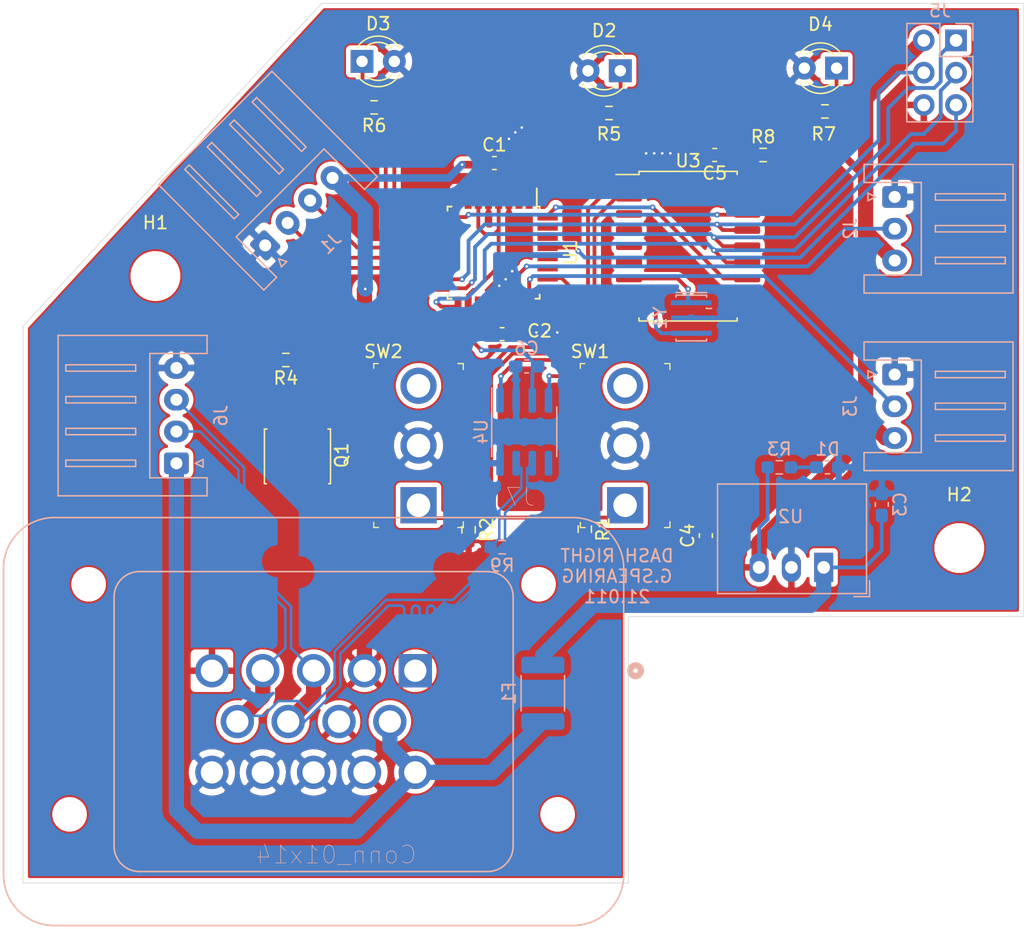
<source format=kicad_pcb>
(kicad_pcb (version 20171130) (host pcbnew 5.1.7-a382d34a8~88~ubuntu18.04.1)
  (layers (0 F.Cu signal) (31 B.Cu signal) (34 B.Paste user) (35 F.Paste user) (36 B.SilkS user) (37 F.SilkS user) (38 B.Mask user) (39 F.Mask user) (44 Edge.Cuts user))
  (net 0 "")
  (net 1 GND)
  (net 2 +5V)
  (net 3 "Net-(C2-Pad1)")
  (net 4 "Net-(C3-Pad1)")
  (net 5 "Net-(D1-Pad2)")
  (net 6 "Net-(D2-Pad1)")
  (net 7 "Net-(D3-Pad1)")
  (net 8 "Net-(D4-Pad1)")
  (net 9 +12V)
  (net 10 /RTD_LED)
  (net 11 /RTD_BTN)
  (net 12 /COAST)
  (net 13 /REGEN)
  (net 14 /RESET)
  (net 15 /MOSI)
  (net 16 /SCK)
  (net 17 /MISO)
  (net 18 /RTD_IND)
  (net 19 /COOLING)
  (net 20 /DIRECTION)
  (net 21 /IMD_LED)
  (net 22 /TMS_LED)
  (net 23 /BMS_LED)
  (net 24 "Net-(R8-Pad2)")
  (net 25 /CAN_CS)
  (net 26 "Net-(U3-Pad8)")
  (net 27 "Net-(U3-Pad7)")
  (net 28 /CAN_Interface/RXCAN)
  (net 29 /CAN_Interface/TXCAN)
  (net 30 /RTD_IND_OUT)
  (net 31 /CAN_INT)
  (net 32 /CAN-)
  (net 33 /CAN+)
  (module AERO_CUSTOM:TE_1-776262-1_14pin_Vertical (layer B.Cu) (at 151.384 110.744 180)
    (fp_text reference J7 (at -16.2708 17.6691) (layer B.SilkS) (effects (font (size 1.40128 1.40128) (thickness 0.05)) (justify mirror)))
    (fp_text value Conn_01x14 (at -1.778 -10.4775) (layer B.SilkS) (effects (font (size 1.4008 1.4008) (thickness 0.05)) (justify mirror)))
    (pad Hole np_thru_hole circle (at 19.2 -7.3 180) (size 2 2) (drill 2) (layers *.Cu *.Mask B.SilkS))
    (pad Hole np_thru_hole circle (at -19.2 -7.3 180) (size 2 2) (drill 2) (layers *.Cu *.Mask B.SilkS))
    (pad Hole np_thru_hole circle (at 17.7 10.8 180) (size 2 2) (drill 2) (layers *.Cu *.Mask B.SilkS))
    (pad Hole np_thru_hole circle (at -17.7 10.8 180) (size 2 2) (drill 2) (layers *.Cu *.Mask B.SilkS))
    (pad 14 thru_hole circle (at 8 -4 180) (size 2.625 2.625) (drill 1.75) (layers *.Cu *.Mask) (net 1 GND))
    (pad 13 thru_hole circle (at 4 -4 180) (size 2.625 2.625) (drill 1.75) (layers *.Cu *.Mask) (net 1 GND))
    (pad 12 thru_hole circle (at 0 -4 180) (size 2.625 2.625) (drill 1.75) (layers *.Cu *.Mask) (net 1 GND))
    (pad 11 thru_hole circle (at -4 -4 180) (size 2.625 2.625) (drill 1.75) (layers *.Cu *.Mask) (net 1 GND))
    (pad 10 thru_hole circle (at -8 -4 180) (size 2.625 2.625) (drill 1.75) (layers *.Cu *.Mask) (net 9 +12V))
    (pad 9 thru_hole circle (at 6 0 180) (size 2.625 2.625) (drill 1.75) (layers *.Cu *.Mask) (net 33 /CAN+))
    (pad 8 thru_hole circle (at 2 0 180) (size 2.625 2.625) (drill 1.75) (layers *.Cu *.Mask) (net 32 /CAN-))
    (pad 7 thru_hole circle (at -2 0 180) (size 2.625 2.625) (drill 1.75) (layers *.Cu *.Mask) (net 2 +5V))
    (pad 6 thru_hole circle (at -6 0 180) (size 2.625 2.625) (drill 1.75) (layers *.Cu *.Mask) (net 9 +12V))
    (pad 5 thru_hole circle (at 8 4 180) (size 2.625 2.625) (drill 1.75) (layers *.Cu *.Mask) (net 30 /RTD_IND_OUT))
    (pad 4 thru_hole circle (at 4 4 180) (size 2.625 2.625) (drill 1.75) (layers *.Cu *.Mask) (net 33 /CAN+))
    (pad 3 thru_hole circle (at 0 4 180) (size 2.625 2.625) (drill 1.75) (layers *.Cu *.Mask) (net 32 /CAN-))
    (pad 2 thru_hole circle (at -4 4 180) (size 2.625 2.625) (drill 1.75) (layers *.Cu *.Mask) (net 2 +5V))
    (pad 1 thru_hole rect (at -8 4 180) (size 2.625 2.625) (drill 1.75) (layers *.Cu *.Mask) (net 2 +5V))
  )
  (module Connector_PinHeader_2.54mm:PinHeader_2x03_P2.54mm_Vertical (layer B.Cu) (at 201.93 57.15 180)
    (fp_text reference J5 (at 1.27 2.33) (layer B.SilkS) (effects (justify mirror)))
    (fp_text value Conn_02x03_Odd_Even)
    (pad 6 thru_hole oval (at 2.54 -5.08 180) (size 1.7 1.7) (drill 1) (layers *.Cu *.Mask) (net 1 GND))
    (pad 5 thru_hole oval (at 0 -5.08 180) (size 1.7 1.7) (drill 1) (layers *.Cu *.Mask) (net 14 /RESET))
    (pad 4 thru_hole oval (at 2.54 -2.54 180) (size 1.7 1.7) (drill 1) (layers *.Cu *.Mask) (net 15 /MOSI))
    (pad 3 thru_hole oval (at 0 -2.54 180) (size 1.7 1.7) (drill 1) (layers *.Cu *.Mask) (net 16 /SCK))
    (pad 2 thru_hole oval (at 2.54 0 180) (size 1.7 1.7) (drill 1) (layers *.Cu *.Mask) (net 2 +5V))
    (pad 1 thru_hole rect (at 0 0 180) (size 1.7 1.7) (drill 1) (layers *.Cu *.Mask) (net 17 /MISO))
  )
  (module Package_SO:SOIC-8_3.9x4.9mm_P1.27mm (layer B.Cu) (at 167.9575 87.9475 270)
    (fp_text reference U4 (at 0 3.4 270) (layer B.SilkS) (effects (justify mirror)))
    (fp_text value MCP2551-I-SN)
    (pad 8 smd roundrect (at 2.475 1.905 270) (size 1.95 0.6) (layers B.Cu B.Paste B.Mask) (net 1 GND))
    (pad 7 smd roundrect (at 2.475 0.635 270) (size 1.95 0.6) (layers B.Cu B.Paste B.Mask) (net 33 /CAN+))
    (pad 6 smd roundrect (at 2.475 -0.635 270) (size 1.95 0.6) (layers B.Cu B.Paste B.Mask) (net 32 /CAN-))
    (pad 5 smd roundrect (at 2.475 -1.905 270) (size 1.95 0.6) (layers B.Cu B.Paste B.Mask))
    (pad 4 smd roundrect (at -2.475 -1.905 270) (size 1.95 0.6) (layers B.Cu B.Paste B.Mask) (net 28 /CAN_Interface/RXCAN))
    (pad 3 smd roundrect (at -2.475 -0.635 270) (size 1.95 0.6) (layers B.Cu B.Paste B.Mask) (net 2 +5V))
    (pad 2 smd roundrect (at -2.475 0.635 270) (size 1.95 0.6) (layers B.Cu B.Paste B.Mask) (net 1 GND))
    (pad 1 smd roundrect (at -2.475 1.905 270) (size 1.95 0.6) (layers B.Cu B.Paste B.Mask) (net 29 /CAN_Interface/TXCAN))
  )
  (module Crystal:Resonator_SMD_muRata_CSTxExxV-3Pin_3.0x1.1mm_HandSoldering (layer B.Cu) (at 181.102 78.994 270)
    (fp_text reference Y1 (at 0 2.45 90) (layer B.SilkS) (effects (justify mirror)))
    (fp_text value 16MHz)
    (pad 3 smd rect (at 1.2 0 270) (size 0.4 3.2) (layers B.Cu B.Paste B.Mask) (net 26 "Net-(U3-Pad8)"))
    (pad 2 smd rect (at 0 0 270) (size 0.4 3.2) (layers B.Cu B.Paste B.Mask) (net 1 GND))
    (pad 1 smd rect (at -1.2 0 270) (size 0.4 3.2) (layers B.Cu B.Paste B.Mask) (net 27 "Net-(U3-Pad7)"))
  )
  (module Package_SO:SOIC-18W_7.5x11.6mm_P1.27mm (layer F.Cu) (at 180.848 73.3425)
    (fp_text reference U3 (at 0 -6.72) (layer F.SilkS))
    (fp_text value MCP2515-xSO)
    (pad 18 smd roundrect (at 4.65 -5.08) (size 2.05 0.6) (layers F.Cu F.Paste F.Mask) (net 2 +5V))
    (pad 17 smd roundrect (at 4.65 -3.81) (size 2.05 0.6) (layers F.Cu F.Paste F.Mask) (net 24 "Net-(R8-Pad2)"))
    (pad 16 smd roundrect (at 4.65 -2.54) (size 2.05 0.6) (layers F.Cu F.Paste F.Mask) (net 25 /CAN_CS))
    (pad 15 smd roundrect (at 4.65 -1.27) (size 2.05 0.6) (layers F.Cu F.Paste F.Mask) (net 15 /MOSI))
    (pad 14 smd roundrect (at 4.65 0) (size 2.05 0.6) (layers F.Cu F.Paste F.Mask) (net 17 /MISO))
    (pad 13 smd roundrect (at 4.65 1.27) (size 2.05 0.6) (layers F.Cu F.Paste F.Mask) (net 16 /SCK))
    (pad 12 smd roundrect (at 4.65 2.54) (size 2.05 0.6) (layers F.Cu F.Paste F.Mask) (net 31 /CAN_INT))
    (pad 11 smd roundrect (at 4.65 3.81) (size 2.05 0.6) (layers F.Cu F.Paste F.Mask))
    (pad 10 smd roundrect (at 4.65 5.08) (size 2.05 0.6) (layers F.Cu F.Paste F.Mask))
    (pad 9 smd roundrect (at -4.65 5.08) (size 2.05 0.6) (layers F.Cu F.Paste F.Mask) (net 1 GND))
    (pad 8 smd roundrect (at -4.65 3.81) (size 2.05 0.6) (layers F.Cu F.Paste F.Mask) (net 26 "Net-(U3-Pad8)"))
    (pad 7 smd roundrect (at -4.65 2.54) (size 2.05 0.6) (layers F.Cu F.Paste F.Mask) (net 27 "Net-(U3-Pad7)"))
    (pad 6 smd roundrect (at -4.65 1.27) (size 2.05 0.6) (layers F.Cu F.Paste F.Mask))
    (pad 5 smd roundrect (at -4.65 0) (size 2.05 0.6) (layers F.Cu F.Paste F.Mask))
    (pad 4 smd roundrect (at -4.65 -1.27) (size 2.05 0.6) (layers F.Cu F.Paste F.Mask))
    (pad 3 smd roundrect (at -4.65 -2.54) (size 2.05 0.6) (layers F.Cu F.Paste F.Mask))
    (pad 2 smd roundrect (at -4.65 -3.81) (size 2.05 0.6) (layers F.Cu F.Paste F.Mask) (net 28 /CAN_Interface/RXCAN))
    (pad 1 smd roundrect (at -4.65 -5.08) (size 2.05 0.6) (layers F.Cu F.Paste F.Mask) (net 29 /CAN_Interface/TXCAN))
  )
  (module Converter_DCDC:Converter_DCDC_RECOM_R-78E-0.5_THT (layer B.Cu) (at 191.516 98.6155 180)
    (fp_text reference U2 (at 2.6035 4.0005) (layer B.SilkS) (effects (justify mirror)))
    (fp_text value R-785.0-1.0)
    (pad 3 thru_hole oval (at 5.08 0 180) (size 1.5 2.3) (drill 1) (layers *.Cu *.Mask) (net 2 +5V))
    (pad 2 thru_hole oval (at 2.54 0 180) (size 1.5 2.3) (drill 1) (layers *.Cu *.Mask) (net 1 GND))
    (pad 1 thru_hole rect (at 0 0 180) (size 1.5 2.3) (drill 1) (layers *.Cu *.Mask) (net 4 "Net-(C3-Pad1)"))
  )
  (module Package_QFP:TQFP-32_7x7mm_P0.8mm (layer F.Cu) (at 165.5445 73.8505 270)
    (fp_text reference U1 (at 0 -6.05 90) (layer F.SilkS))
    (fp_text value ATmega328P-AU)
    (pad 32 smd rect (at -2.8 -4.25) (size 1.6 0.55) (layers F.Cu F.Paste F.Mask) (net 31 /CAN_INT))
    (pad 31 smd rect (at -2 -4.25) (size 1.6 0.55) (layers F.Cu F.Paste F.Mask))
    (pad 30 smd rect (at -1.2 -4.25) (size 1.6 0.55) (layers F.Cu F.Paste F.Mask))
    (pad 29 smd rect (at -0.4 -4.25) (size 1.6 0.55) (layers F.Cu F.Paste F.Mask) (net 14 /RESET))
    (pad 28 smd rect (at 0.4 -4.25) (size 1.6 0.55) (layers F.Cu F.Paste F.Mask))
    (pad 27 smd rect (at 1.2 -4.25) (size 1.6 0.55) (layers F.Cu F.Paste F.Mask))
    (pad 26 smd rect (at 2 -4.25) (size 1.6 0.55) (layers F.Cu F.Paste F.Mask) (net 19 /COOLING))
    (pad 25 smd rect (at 2.8 -4.25) (size 1.6 0.55) (layers F.Cu F.Paste F.Mask) (net 20 /DIRECTION))
    (pad 24 smd rect (at 4.25 -2.8 270) (size 1.6 0.55) (layers F.Cu F.Paste F.Mask) (net 13 /REGEN))
    (pad 23 smd rect (at 4.25 -2 270) (size 1.6 0.55) (layers F.Cu F.Paste F.Mask) (net 12 /COAST))
    (pad 22 smd rect (at 4.25 -1.2 270) (size 1.6 0.55) (layers F.Cu F.Paste F.Mask))
    (pad 21 smd rect (at 4.25 -0.4 270) (size 1.6 0.55) (layers F.Cu F.Paste F.Mask) (net 1 GND))
    (pad 20 smd rect (at 4.25 0.4 270) (size 1.6 0.55) (layers F.Cu F.Paste F.Mask) (net 3 "Net-(C2-Pad1)"))
    (pad 19 smd rect (at 4.25 1.2 270) (size 1.6 0.55) (layers F.Cu F.Paste F.Mask))
    (pad 18 smd rect (at 4.25 2 270) (size 1.6 0.55) (layers F.Cu F.Paste F.Mask) (net 2 +5V))
    (pad 17 smd rect (at 4.25 2.8 270) (size 1.6 0.55) (layers F.Cu F.Paste F.Mask) (net 16 /SCK))
    (pad 16 smd rect (at 2.8 4.25) (size 1.6 0.55) (layers F.Cu F.Paste F.Mask) (net 17 /MISO))
    (pad 15 smd rect (at 2 4.25) (size 1.6 0.55) (layers F.Cu F.Paste F.Mask) (net 15 /MOSI))
    (pad 14 smd rect (at 1.2 4.25) (size 1.6 0.55) (layers F.Cu F.Paste F.Mask) (net 18 /RTD_IND))
    (pad 13 smd rect (at 0.4 4.25) (size 1.6 0.55) (layers F.Cu F.Paste F.Mask) (net 10 /RTD_LED))
    (pad 12 smd rect (at -0.4 4.25) (size 1.6 0.55) (layers F.Cu F.Paste F.Mask) (net 11 /RTD_BTN))
    (pad 11 smd rect (at -1.2 4.25) (size 1.6 0.55) (layers F.Cu F.Paste F.Mask) (net 22 /TMS_LED))
    (pad 10 smd rect (at -2 4.25) (size 1.6 0.55) (layers F.Cu F.Paste F.Mask) (net 21 /IMD_LED))
    (pad 9 smd rect (at -2.8 4.25) (size 1.6 0.55) (layers F.Cu F.Paste F.Mask) (net 25 /CAN_CS))
    (pad 8 smd rect (at -4.25 2.8 270) (size 1.6 0.55) (layers F.Cu F.Paste F.Mask))
    (pad 7 smd rect (at -4.25 2 270) (size 1.6 0.55) (layers F.Cu F.Paste F.Mask))
    (pad 6 smd rect (at -4.25 1.2 270) (size 1.6 0.55) (layers F.Cu F.Paste F.Mask) (net 2 +5V))
    (pad 5 smd rect (at -4.25 0.4 270) (size 1.6 0.55) (layers F.Cu F.Paste F.Mask) (net 1 GND))
    (pad 4 smd rect (at -4.25 -0.4 270) (size 1.6 0.55) (layers F.Cu F.Paste F.Mask) (net 2 +5V))
    (pad 3 smd rect (at -4.25 -1.2 270) (size 1.6 0.55) (layers F.Cu F.Paste F.Mask) (net 1 GND))
    (pad 2 smd rect (at -4.25 -2 270) (size 1.6 0.55) (layers F.Cu F.Paste F.Mask) (net 23 /BMS_LED))
    (pad 1 smd rect (at -4.25 -2.8 270) (size 1.6 0.55) (layers F.Cu F.Paste F.Mask))
  )
  (module AERO_CUSTOM:Toggle_Switch_100SP1T1B4M2QE (layer F.Cu) (at 159.639 93.726 90)
    (fp_text reference SW2 (at 12.099628 -2.764606) (layer F.SilkS))
    (fp_text value SW_SPDT)
    (pad 1 thru_hole rect (at 0 0 90) (size 2.85 2.85) (drill 1.85) (layers *.Cu *.Mask) (net 20 /DIRECTION))
    (pad 2 thru_hole circle (at 4.7 0 90) (size 2.85 2.85) (drill 1.85) (layers *.Cu *.Mask) (net 1 GND))
    (pad 3 thru_hole circle (at 9.4 0 90) (size 2.85 2.85) (drill 1.85) (layers *.Cu *.Mask))
  )
  (module AERO_CUSTOM:Toggle_Switch_100SP1T1B4M2QE (layer F.Cu) (at 175.895 93.727 90)
    (fp_text reference SW1 (at 12.099628 -2.764606) (layer F.SilkS))
    (fp_text value SW_SPDT)
    (pad 1 thru_hole rect (at 0 0 90) (size 2.85 2.85) (drill 1.85) (layers *.Cu *.Mask) (net 19 /COOLING))
    (pad 2 thru_hole circle (at 4.7 0 90) (size 2.85 2.85) (drill 1.85) (layers *.Cu *.Mask) (net 1 GND))
    (pad 3 thru_hole circle (at 9.4 0 90) (size 2.85 2.85) (drill 1.85) (layers *.Cu *.Mask))
  )
  (module Resistor_SMD:R_0603_1608Metric_Pad0.98x0.95mm_HandSolder (layer B.Cu) (at 166.2195 97.028)
    (fp_text reference R9 (at 0 1.43) (layer B.SilkS) (effects (justify mirror)))
    (fp_text value 120)
    (pad 2 smd roundrect (at 0.9125 0) (size 0.975 0.95) (layers B.Cu B.Paste B.Mask) (net 32 /CAN-))
    (pad 1 smd roundrect (at -0.9125 0) (size 0.975 0.95) (layers B.Cu B.Paste B.Mask) (net 33 /CAN+))
  )
  (module Resistor_SMD:R_0603_1608Metric_Pad0.98x0.95mm_HandSolder (layer F.Cu) (at 186.7535 66.167)
    (fp_text reference R8 (at 0 -1.43) (layer F.SilkS))
    (fp_text value 10K)
    (pad 2 smd roundrect (at 0.9125 0) (size 0.975 0.95) (layers F.Cu F.Paste F.Mask) (net 24 "Net-(R8-Pad2)"))
    (pad 1 smd roundrect (at -0.9125 0) (size 0.975 0.95) (layers F.Cu F.Paste F.Mask) (net 2 +5V))
  )
  (module Resistor_SMD:R_0603_1608Metric_Pad0.98x0.95mm_HandSolder (layer F.Cu) (at 191.6176 62.738)
    (fp_text reference R7 (at -0.1016 1.778) (layer F.SilkS))
    (fp_text value 330)
    (pad 2 smd roundrect (at 0.9125 0) (size 0.975 0.95) (layers F.Cu F.Paste F.Mask) (net 8 "Net-(D4-Pad1)"))
    (pad 1 smd roundrect (at -0.9125 0) (size 0.975 0.95) (layers F.Cu F.Paste F.Mask) (net 23 /BMS_LED))
  )
  (module Resistor_SMD:R_0603_1608Metric_Pad0.98x0.95mm_HandSolder (layer F.Cu) (at 156.1465 62.4205 180)
    (fp_text reference R6 (at 0 -1.43) (layer F.SilkS))
    (fp_text value 330)
    (pad 2 smd roundrect (at 0.9125 0 180) (size 0.975 0.95) (layers F.Cu F.Paste F.Mask) (net 7 "Net-(D3-Pad1)"))
    (pad 1 smd roundrect (at -0.9125 0 180) (size 0.975 0.95) (layers F.Cu F.Paste F.Mask) (net 22 /TMS_LED))
  )
  (module Resistor_SMD:R_0603_1608Metric_Pad0.98x0.95mm_HandSolder (layer F.Cu) (at 174.625 62.865)
    (fp_text reference R5 (at 0 1.651) (layer F.SilkS))
    (fp_text value 330)
    (pad 2 smd roundrect (at 0.9125 0) (size 0.975 0.95) (layers F.Cu F.Paste F.Mask) (net 6 "Net-(D2-Pad1)"))
    (pad 1 smd roundrect (at -0.9125 0) (size 0.975 0.95) (layers F.Cu F.Paste F.Mask) (net 21 /IMD_LED))
  )
  (module Resistor_SMD:R_0603_1608Metric_Pad0.98x0.95mm_HandSolder (layer F.Cu) (at 149.2015 82.296 180)
    (fp_text reference R4 (at 0 -1.43) (layer F.SilkS))
    (fp_text value 10K)
    (pad 2 smd roundrect (at 0.9125 0 180) (size 0.975 0.95) (layers F.Cu F.Paste F.Mask) (net 18 /RTD_IND))
    (pad 1 smd roundrect (at -0.9125 0 180) (size 0.975 0.95) (layers F.Cu F.Paste F.Mask) (net 1 GND))
  )
  (module Resistor_SMD:R_0603_1608Metric_Pad0.98x0.95mm_HandSolder (layer B.Cu) (at 188.0235 90.7415 180)
    (fp_text reference R3 (at 0 1.43 180) (layer B.SilkS) (effects (justify mirror)))
    (fp_text value 330)
    (pad 2 smd roundrect (at 0.9125 0 180) (size 0.975 0.95) (layers B.Cu B.Paste B.Mask) (net 2 +5V))
    (pad 1 smd roundrect (at -0.9125 0 180) (size 0.975 0.95) (layers B.Cu B.Paste B.Mask) (net 5 "Net-(D1-Pad2)"))
  )
  (module Resistor_SMD:R_0603_1608Metric_Pad0.98x0.95mm_HandSolder (layer F.Cu) (at 163.576 95.6545 270)
    (fp_text reference R2 (at 0 -1.43 90) (layer F.SilkS))
    (fp_text value 10K)
    (pad 2 smd roundrect (at 0.9125 0 270) (size 0.975 0.95) (layers F.Cu F.Paste F.Mask) (net 2 +5V))
    (pad 1 smd roundrect (at -0.9125 0 270) (size 0.975 0.95) (layers F.Cu F.Paste F.Mask) (net 20 /DIRECTION))
  )
  (module Resistor_SMD:R_0603_1608Metric_Pad0.98x0.95mm_HandSolder (layer F.Cu) (at 172.72 95.6075 270)
    (fp_text reference R1 (at 0 -1.43 270) (layer F.SilkS))
    (fp_text value 10K)
    (pad 2 smd roundrect (at 0.9125 0 270) (size 0.975 0.95) (layers F.Cu F.Paste F.Mask) (net 2 +5V))
    (pad 1 smd roundrect (at -0.9125 0 270) (size 0.975 0.95) (layers F.Cu F.Paste F.Mask) (net 19 /COOLING))
  )
  (module Package_TO_SOT_SMD:LFPAK56 (layer F.Cu) (at 150.114 90.043 270)
    (fp_text reference Q1 (at -0.245 -3.48 90) (layer F.SilkS))
    (fp_text value PSMN5R2-60YL)
    (pad 5 smd custom (at 0.435 0 270) (size 3.3 4.2) (layers F.Cu F.Mask) (net 30 /RTD_IND_OUT) (options (clearance outline) (anchor rect)) (primitives (gr_poly (pts (xy 1.425 -2.35) (xy 2.975 -2.35) (xy 2.975 2.35) (xy 1.425 2.35)) (width 0))))
    (pad 4 smd rect (at -2.835 1.91 180) (size 0.7 1.15) (layers F.Cu F.Paste F.Mask) (net 18 /RTD_IND))
    (pad 3 smd rect (at -2.835 0.64 180) (size 0.7 1.15) (layers F.Cu F.Paste F.Mask) (net 1 GND))
    (pad 1 smd rect (at -2.835 -1.91 180) (size 0.7 1.15) (layers F.Cu F.Paste F.Mask) (net 1 GND))
    (pad 2 smd rect (at -2.835 -0.64 180) (size 0.7 1.15) (layers F.Cu F.Paste F.Mask) (net 1 GND))
  )
  (module Connector_JST:JST_XH_S4B-XH-A_1x04_P2.50mm_Horizontal (layer B.Cu) (at 140.589 90.424 90)
    (fp_text reference J6 (at 3.75 3.5 -90) (layer B.SilkS) (effects (justify mirror)))
    (fp_text value Conn_01x04)
    (pad 4 thru_hole oval (at 7.5 0 90) (size 1.7 1.95) (drill 0.95) (layers *.Cu *.Mask) (net 1 GND))
    (pad 3 thru_hole oval (at 5 0 90) (size 1.7 1.95) (drill 0.95) (layers *.Cu *.Mask) (net 32 /CAN-))
    (pad 2 thru_hole oval (at 2.5 0 90) (size 1.7 1.95) (drill 0.95) (layers *.Cu *.Mask) (net 33 /CAN+))
    (pad 1 thru_hole roundrect (at 0 0 90) (size 1.7 1.95) (drill 0.95) (layers *.Cu *.Mask) (roundrect_rratio 0.147059) (net 9 +12V))
  )
  (module Connector_JST:JST_XH_S3B-XH-A_1x03_P2.50mm_Horizontal (layer B.Cu) (at 197.104 83.439 270)
    (fp_text reference J3 (at 2.5 3.5 90) (layer B.SilkS) (effects (justify mirror)))
    (fp_text value Conn_01x03)
    (pad 3 thru_hole oval (at 5 0 270) (size 1.7 1.95) (drill 0.95) (layers *.Cu *.Mask) (net 2 +5V))
    (pad 2 thru_hole oval (at 2.5 0 270) (size 1.7 1.95) (drill 0.95) (layers *.Cu *.Mask) (net 13 /REGEN))
    (pad 1 thru_hole roundrect (at 0 0 270) (size 1.7 1.95) (drill 0.95) (layers *.Cu *.Mask) (roundrect_rratio 0.147059) (net 1 GND))
  )
  (module Connector_JST:JST_XH_S3B-XH-A_1x03_P2.50mm_Horizontal (layer B.Cu) (at 197.104 69.469 270)
    (fp_text reference J2 (at 2.5 3.5 270) (layer B.SilkS) (effects (justify mirror)))
    (fp_text value Conn_01x03)
    (pad 3 thru_hole oval (at 5 0 270) (size 1.7 1.95) (drill 0.95) (layers *.Cu *.Mask) (net 2 +5V))
    (pad 2 thru_hole oval (at 2.5 0 270) (size 1.7 1.95) (drill 0.95) (layers *.Cu *.Mask) (net 12 /COAST))
    (pad 1 thru_hole roundrect (at 0 0 270) (size 1.7 1.95) (drill 0.95) (layers *.Cu *.Mask) (roundrect_rratio 0.147059) (net 1 GND))
  )
  (module Connector_JST:JST_XH_S4B-XH-A_1x04_P2.50mm_Horizontal (layer B.Cu) (at 147.574 73.279 45)
    (fp_text reference J1 (at 3.75 3.5 45) (layer B.SilkS) (effects (justify mirror)))
    (fp_text value Conn_01x04)
    (pad 4 thru_hole oval (at 7.5 0 45) (size 1.7 1.95) (drill 0.95) (layers *.Cu *.Mask) (net 2 +5V))
    (pad 3 thru_hole oval (at 5 0 45) (size 1.7 1.95) (drill 0.95) (layers *.Cu *.Mask) (net 11 /RTD_BTN))
    (pad 2 thru_hole oval (at 2.5 0 45) (size 1.7 1.95) (drill 0.95) (layers *.Cu *.Mask) (net 10 /RTD_LED))
    (pad 1 thru_hole roundrect (at 0 0 45) (size 1.7 1.95) (drill 0.95) (layers *.Cu *.Mask) (roundrect_rratio 0.147059) (net 1 GND))
  )
  (module MountingHole:MountingHole_3.2mm_M3 (layer F.Cu) (at 202.184 97.0915)
    (fp_text reference H2 (at 0 -4.2) (layer F.SilkS))
    (fp_text value MountingHole)
    (pad 1 np_thru_hole circle (at 0 0) (size 3.2 3.2) (drill 3.2) (layers *.Cu *.Mask))
  )
  (module MountingHole:MountingHole_3.2mm_M3 (layer F.Cu) (at 138.938 75.692)
    (fp_text reference H1 (at 0 -4.2) (layer F.SilkS))
    (fp_text value MountingHole)
    (pad 1 np_thru_hole circle (at 0 0) (size 3.2 3.2) (drill 3.2) (layers *.Cu *.Mask))
  )
  (module Fuse:Fuse_1812_4532Metric_Pad1.30x3.40mm_HandSolder (layer B.Cu) (at 169.418 108.519 270)
    (fp_text reference F1 (at 0 2.65 270) (layer B.SilkS) (effects (justify mirror)))
    (fp_text value MF-MSMF050)
    (pad 2 smd roundrect (at 2.225 0 270) (size 1.3 3.4) (layers B.Cu B.Paste B.Mask) (roundrect_rratio 0.192308) (net 9 +12V))
    (pad 1 smd roundrect (at -2.225 0 270) (size 1.3 3.4) (layers B.Cu B.Paste B.Mask) (roundrect_rratio 0.192308) (net 4 "Net-(C3-Pad1)"))
  )
  (module LED_THT:LED_D3.0mm (layer F.Cu) (at 192.532 59.3344 180)
    (fp_text reference D4 (at 1.27 3.4544) (layer F.SilkS))
    (fp_text value LED)
    (pad 2 thru_hole circle (at 2.54 0 180) (size 1.8 1.8) (drill 0.9) (layers *.Cu *.Mask) (net 1 GND))
    (pad 1 thru_hole rect (at 0 0 180) (size 1.8 1.8) (drill 0.9) (layers *.Cu *.Mask) (net 8 "Net-(D4-Pad1)"))
  )
  (module LED_THT:LED_D3.0mm (layer F.Cu) (at 155.194 58.801)
    (fp_text reference D3 (at 1.27 -2.96) (layer F.SilkS))
    (fp_text value LED)
    (pad 2 thru_hole circle (at 2.54 0) (size 1.8 1.8) (drill 0.9) (layers *.Cu *.Mask) (net 1 GND))
    (pad 1 thru_hole rect (at 0 0) (size 1.8 1.8) (drill 0.9) (layers *.Cu *.Mask) (net 7 "Net-(D3-Pad1)"))
  )
  (module LED_THT:LED_D3.0mm (layer F.Cu) (at 175.514 59.5376 180)
    (fp_text reference D2 (at 1.27 3.1496) (layer F.SilkS))
    (fp_text value LED)
    (pad 2 thru_hole circle (at 2.54 0 180) (size 1.8 1.8) (drill 0.9) (layers *.Cu *.Mask) (net 1 GND))
    (pad 1 thru_hole rect (at 0 0 180) (size 1.8 1.8) (drill 0.9) (layers *.Cu *.Mask) (net 6 "Net-(D2-Pad1)"))
  )
  (module Fuse:Fuse_0603_1608Metric_Pad1.05x0.95mm_HandSolder (layer B.Cu) (at 191.8195 90.7415 180)
    (fp_text reference D1 (at 0 1.43) (layer B.SilkS) (effects (justify mirror)))
    (fp_text value LED)
    (pad 2 smd roundrect (at 0.875 0 180) (size 1.05 0.95) (layers B.Cu B.Paste B.Mask) (net 5 "Net-(D1-Pad2)"))
    (pad 1 smd roundrect (at -0.875 0 180) (size 1.05 0.95) (layers B.Cu B.Paste B.Mask) (net 1 GND))
  )
  (module Capacitor_SMD:C_0603_1608Metric_Pad1.08x0.95mm_HandSolder (layer B.Cu) (at 168.148 82.804 180)
    (fp_text reference C6 (at 0 1.43) (layer B.SilkS) (effects (justify mirror)))
    (fp_text value 0.1u)
    (pad 2 smd roundrect (at 0.8625 0 180) (size 1.075 0.95) (layers B.Cu B.Paste B.Mask) (net 1 GND))
    (pad 1 smd roundrect (at -0.8625 0 180) (size 1.075 0.95) (layers B.Cu B.Paste B.Mask) (net 2 +5V))
  )
  (module Capacitor_SMD:C_0603_1608Metric_Pad1.08x0.95mm_HandSolder (layer F.Cu) (at 182.9435 66.167 180)
    (fp_text reference C5 (at 0 -1.43) (layer F.SilkS))
    (fp_text value 0.1u)
    (pad 2 smd roundrect (at 0.8625 0 180) (size 1.075 0.95) (layers F.Cu F.Paste F.Mask) (net 1 GND))
    (pad 1 smd roundrect (at -0.8625 0 180) (size 1.075 0.95) (layers F.Cu F.Paste F.Mask) (net 2 +5V))
  )
  (module Capacitor_SMD:C_0603_1608Metric_Pad1.08x0.95mm_HandSolder (layer F.Cu) (at 182.245 96.1125 90)
    (fp_text reference C4 (at 0 -1.43 270) (layer F.SilkS))
    (fp_text value 10u)
    (pad 2 smd roundrect (at 0.8625 0 90) (size 1.075 0.95) (layers F.Cu F.Paste F.Mask) (net 1 GND))
    (pad 1 smd roundrect (at -0.8625 0 90) (size 1.075 0.95) (layers F.Cu F.Paste F.Mask) (net 2 +5V))
  )
  (module Capacitor_SMD:C_0603_1608Metric_Pad1.08x0.95mm_HandSolder (layer B.Cu) (at 196.088 93.6625 90)
    (fp_text reference C3 (at 0 1.43 90) (layer B.SilkS) (effects (justify mirror)))
    (fp_text value 1u)
    (pad 2 smd roundrect (at 0.8625 0 90) (size 1.075 0.95) (layers B.Cu B.Paste B.Mask) (net 1 GND))
    (pad 1 smd roundrect (at -0.8625 0 90) (size 1.075 0.95) (layers B.Cu B.Paste B.Mask) (net 4 "Net-(C3-Pad1)"))
  )
  (module Capacitor_SMD:C_0603_1608Metric_Pad1.08x0.95mm_HandSolder (layer F.Cu) (at 166.2165 80.264)
    (fp_text reference C2 (at 2.9475 -0.254) (layer F.SilkS))
    (fp_text value 0.1u)
    (pad 2 smd roundrect (at 0.8625 0) (size 1.075 0.95) (layers F.Cu F.Paste F.Mask) (net 1 GND))
    (pad 1 smd roundrect (at -0.8625 0) (size 1.075 0.95) (layers F.Cu F.Paste F.Mask) (net 3 "Net-(C2-Pad1)"))
  )
  (module Capacitor_SMD:C_0603_1608Metric_Pad1.08x0.95mm_HandSolder (layer F.Cu) (at 165.608 66.802)
    (fp_text reference C1 (at 0 -1.43) (layer F.SilkS))
    (fp_text value 0.1u)
    (pad 2 smd roundrect (at 0.8625 0) (size 1.075 0.95) (layers F.Cu F.Paste F.Mask) (net 1 GND))
    (pad 1 smd roundrect (at -0.8625 0) (size 1.075 0.95) (layers F.Cu F.Paste F.Mask) (net 2 +5V))
  )
  (gr_text "DASH RIGHT\nG.SPEARING\n21.011" (at 175.26 99.314) (layer B.SilkS) (effects (font (size 1 1)) (justify mirror)))
  (gr_line (start 207.264 54.229) (end 207.264 102.489) (layer Edge.Cuts) (width 0.05))
  (gr_line (start 152.019 54.229) (end 207.264 54.229) (layer Edge.Cuts) (width 0.05))
  (gr_line (start 128.524 79.629) (end 152.019 54.229) (layer Edge.Cuts) (width 0.05))
  (gr_line (start 128.524 84.074) (end 128.524 79.629) (layer Edge.Cuts) (width 0.05))
  (gr_line (start 128.524 123.444) (end 128.524 84.074) (layer Edge.Cuts) (width 0.05))
  (gr_line (start 176.149 123.444) (end 128.524 123.444) (layer Edge.Cuts) (width 0.05))
  (gr_line (start 176.149 102.489) (end 176.149 123.444) (layer Edge.Cuts) (width 0.05))
  (gr_line (start 176.149 102.489) (end 207.264 102.489) (layer Edge.Cuts) (width 0.05))
  (via (at 168.91 80.137) (size 0.45) (drill 0.2) (layers F.Cu B.Cu) (net 1))
  (via (at 169.672 80.137) (size 0.45) (drill 0.2) (layers F.Cu B.Cu) (net 1))
  (via (at 170.561 80.137) (size 0.45) (drill 0.2) (layers F.Cu B.Cu) (net 1))
  (via (at 165.989 76.454) (size 0.45) (drill 0.2) (layers F.Cu B.Cu) (net 1))
  (via (at 166.497 75.946) (size 0.45) (drill 0.2) (layers F.Cu B.Cu) (net 1))
  (via (at 167.005 75.311) (size 0.45) (drill 0.2) (layers F.Cu B.Cu) (net 1))
  (via (at 167.767 64.008) (size 0.45) (drill 0.2) (layers F.Cu B.Cu) (net 1))
  (via (at 167.259 64.389) (size 0.45) (drill 0.2) (layers F.Cu B.Cu) (net 1))
  (via (at 166.751 64.897) (size 0.45) (drill 0.2) (layers F.Cu B.Cu) (net 1))
  (via (at 179.451 66.04) (size 0.45) (drill 0.2) (layers F.Cu B.Cu) (net 1))
  (via (at 178.816 66.04) (size 0.45) (drill 0.2) (layers F.Cu B.Cu) (net 1))
  (via (at 178.181 66.04) (size 0.45) (drill 0.2) (layers F.Cu B.Cu) (net 1))
  (via (at 177.546 66.04) (size 0.45) (drill 0.2) (layers F.Cu B.Cu) (net 1))
  (segment (start 165.1445 68.689738) (end 165.635238 68.199) (width 0.3) (layer F.Cu) (net 1))
  (segment (start 165.1445 69.6005) (end 165.1445 68.689738) (width 0.3) (layer F.Cu) (net 1))
  (segment (start 166.7445 68.5005) (end 166.7445 69.6005) (width 0.3) (layer F.Cu) (net 1))
  (segment (start 165.635238 68.199) (end 166.443 68.199) (width 0.3) (layer F.Cu) (net 1))
  (segment (start 166.443 68.199) (end 166.7445 68.5005) (width 0.3) (layer F.Cu) (net 1))
  (segment (start 186.436 98.6155) (end 186.436 95.504) (width 0.3) (layer B.Cu) (net 2))
  (segment (start 187.111 94.829) (end 187.111 90.7415) (width 0.3) (layer B.Cu) (net 2))
  (segment (start 186.436 95.504) (end 187.111 94.829) (width 0.3) (layer B.Cu) (net 2))
  (segment (start 164.3445 69.6005) (end 164.3445 68.0655) (width 0.3) (layer F.Cu) (net 2))
  (segment (start 164.7455 67.6645) (end 164.7455 66.802) (width 0.3) (layer F.Cu) (net 2))
  (segment (start 164.3445 68.0655) (end 164.7455 67.6645) (width 0.3) (layer F.Cu) (net 2))
  (segment (start 165.9445 69.6005) (end 165.9445 72.0535) (width 0.3) (layer F.Cu) (net 2))
  (segment (start 165.9445 72.0535) (end 165.608 72.39) (width 0.3) (layer F.Cu) (net 2))
  (segment (start 165.608 72.39) (end 164.846 72.39) (width 0.3) (layer F.Cu) (net 2))
  (segment (start 164.3445 71.8885) (end 164.3445 69.6005) (width 0.3) (layer F.Cu) (net 2))
  (segment (start 164.846 72.39) (end 164.3445 71.8885) (width 0.3) (layer F.Cu) (net 2))
  (segment (start 168.5925 83.222) (end 169.0105 82.804) (width 0.3) (layer B.Cu) (net 2))
  (segment (start 168.5925 85.4725) (end 168.5925 83.222) (width 0.3) (layer B.Cu) (net 2))
  (segment (start 165.9445 74.941238) (end 165.9445 72.0535) (width 0.3) (layer F.Cu) (net 2))
  (segment (start 164.107537 76.778201) (end 165.9445 74.941238) (width 0.3) (layer F.Cu) (net 2))
  (segment (start 163.963445 76.778201) (end 164.107537 76.778201) (width 0.3) (layer F.Cu) (net 2))
  (segment (start 163.5445 78.1005) (end 163.5445 77.197146) (width 0.3) (layer F.Cu) (net 2))
  (segment (start 163.5445 77.197146) (end 163.963445 76.778201) (width 0.3) (layer F.Cu) (net 2))
  (segment (start 199.39 57.15) (end 194.818 61.722) (width 1.2) (layer F.Cu) (net 2))
  (segment (start 194.818 72.183) (end 197.104 74.469) (width 1.2) (layer F.Cu) (net 2))
  (segment (start 194.818 72.183) (end 194.818 86.868) (width 1.2) (layer F.Cu) (net 2))
  (segment (start 196.389 88.439) (end 197.104 88.439) (width 1.2) (layer F.Cu) (net 2))
  (segment (start 194.818 86.868) (end 196.389 88.439) (width 1.2) (layer F.Cu) (net 2))
  (segment (start 194.818 86.868) (end 194.818 88.265) (width 1.2) (layer F.Cu) (net 2))
  (segment (start 186.436 96.647) (end 186.436 98.6155) (width 1.2) (layer F.Cu) (net 2))
  (segment (start 194.818 88.265) (end 186.436 96.647) (width 1.2) (layer F.Cu) (net 2))
  (segment (start 194.818 68.961) (end 194.818 67.945) (width 0.6) (layer F.Cu) (net 2))
  (segment (start 194.818 68.961) (end 194.818 72.183) (width 1.2) (layer F.Cu) (net 2))
  (segment (start 194.818 61.722) (end 194.818 68.961) (width 1.2) (layer F.Cu) (net 2))
  (segment (start 194.818 67.945) (end 191.516 64.643) (width 0.6) (layer F.Cu) (net 2))
  (segment (start 187.365 64.643) (end 185.841 66.167) (width 0.6) (layer F.Cu) (net 2))
  (segment (start 191.516 64.643) (end 187.365 64.643) (width 0.6) (layer F.Cu) (net 2))
  (segment (start 185.33 64.643) (end 183.806 66.167) (width 0.6) (layer F.Cu) (net 2))
  (segment (start 187.365 64.643) (end 185.33 64.643) (width 0.6) (layer F.Cu) (net 2))
  (segment (start 185.841 67.9195) (end 185.498 68.2625) (width 0.6) (layer F.Cu) (net 2))
  (segment (start 185.841 66.167) (end 185.841 67.9195) (width 0.6) (layer F.Cu) (net 2))
  (via (at 163.068 66.929) (size 0.45) (drill 0.2) (layers F.Cu B.Cu) (net 2))
  (segment (start 152.877301 67.975699) (end 162.021301 67.975699) (width 0.6) (layer B.Cu) (net 2))
  (segment (start 162.021301 67.975699) (end 163.068 66.929) (width 0.6) (layer B.Cu) (net 2))
  (segment (start 164.6185 66.929) (end 164.7455 66.802) (width 0.6) (layer F.Cu) (net 2))
  (segment (start 163.068 66.929) (end 164.6185 66.929) (width 0.6) (layer F.Cu) (net 2))
  (via (at 164.592 81.534) (size 0.45) (drill 0.2) (layers F.Cu B.Cu) (net 2))
  (segment (start 163.5445 78.1005) (end 163.5445 80.4865) (width 0.3) (layer F.Cu) (net 2))
  (segment (start 163.5445 80.4865) (end 164.592 81.534) (width 0.3) (layer F.Cu) (net 2))
  (segment (start 167.7405 81.534) (end 169.0105 82.804) (width 0.3) (layer B.Cu) (net 2))
  (segment (start 164.592 81.534) (end 167.7405 81.534) (width 0.3) (layer B.Cu) (net 2))
  (segment (start 155.384 106.744) (end 155.384 76.772) (width 1.2) (layer F.Cu) (net 2))
  (via (at 155.448 76.708) (size 0.45) (drill 0.2) (layers F.Cu B.Cu) (net 2))
  (segment (start 155.384 76.772) (end 155.448 76.708) (width 1.2) (layer F.Cu) (net 2))
  (segment (start 155.448 70.546398) (end 152.877301 67.975699) (width 1.2) (layer B.Cu) (net 2))
  (segment (start 155.448 76.708) (end 155.448 70.546398) (width 1.2) (layer B.Cu) (net 2))
  (segment (start 172.673 96.567) (end 172.72 96.52) (width 0.3) (layer F.Cu) (net 2))
  (segment (start 163.576 96.567) (end 172.673 96.567) (width 0.3) (layer F.Cu) (net 2))
  (segment (start 181.79 96.52) (end 182.245 96.975) (width 0.3) (layer F.Cu) (net 2))
  (segment (start 172.72 96.52) (end 181.79 96.52) (width 0.3) (layer F.Cu) (net 2))
  (segment (start 165.1445 80.462) (end 165.2005 80.518) (width 0.3) (layer F.Cu) (net 3))
  (segment (start 165.1445 78.1005) (end 165.1445 80.462) (width 0.3) (layer F.Cu) (net 3))
  (segment (start 196.088 94.525) (end 196.088 97.282) (width 0.3) (layer B.Cu) (net 4))
  (segment (start 194.7545 98.6155) (end 191.516 98.6155) (width 0.3) (layer B.Cu) (net 4))
  (segment (start 196.088 97.282) (end 194.7545 98.6155) (width 0.3) (layer B.Cu) (net 4))
  (segment (start 169.418 106.294) (end 169.418 105.537) (width 1.2) (layer B.Cu) (net 4))
  (segment (start 169.418 105.537) (end 173.355 101.6) (width 1.2) (layer B.Cu) (net 4))
  (segment (start 173.355 101.6) (end 190.5 101.6) (width 1.2) (layer B.Cu) (net 4))
  (segment (start 191.516 100.584) (end 191.516 98.6155) (width 1.2) (layer B.Cu) (net 4))
  (segment (start 190.5 101.6) (end 191.516 100.584) (width 1.2) (layer B.Cu) (net 4))
  (segment (start 188.936 90.7415) (end 190.9445 90.7415) (width 0.3) (layer B.Cu) (net 5))
  (segment (start 175.5375 59.5611) (end 175.514 59.5376) (width 0.3) (layer F.Cu) (net 6))
  (segment (start 175.5375 62.865) (end 175.5375 59.5611) (width 0.3) (layer F.Cu) (net 6))
  (segment (start 155.234 58.841) (end 155.194 58.801) (width 0.3) (layer F.Cu) (net 7))
  (segment (start 155.234 62.4205) (end 155.234 58.841) (width 0.3) (layer F.Cu) (net 7))
  (segment (start 192.5301 59.3363) (end 192.532 59.3344) (width 0.3) (layer F.Cu) (net 8))
  (segment (start 192.5301 62.738) (end 192.5301 59.3363) (width 0.3) (layer F.Cu) (net 8))
  (segment (start 157.384 112.744) (end 159.384 114.744) (width 1.2) (layer B.Cu) (net 9))
  (segment (start 157.384 110.744) (end 157.384 112.744) (width 1.2) (layer B.Cu) (net 9))
  (segment (start 165.418 114.744) (end 169.418 110.744) (width 1.2) (layer B.Cu) (net 9))
  (segment (start 159.384 114.744) (end 165.418 114.744) (width 1.2) (layer B.Cu) (net 9))
  (segment (start 159.384 114.744) (end 154.748 119.38) (width 1.2) (layer B.Cu) (net 9))
  (segment (start 154.748 119.38) (end 142.24 119.38) (width 1.2) (layer B.Cu) (net 9))
  (segment (start 140.589 117.729) (end 140.589 90.424) (width 1.2) (layer B.Cu) (net 9))
  (segment (start 142.24 119.38) (end 140.589 117.729) (width 1.2) (layer B.Cu) (net 9))
  (segment (start 152.081034 74.2505) (end 149.341767 71.511233) (width 0.3) (layer F.Cu) (net 10))
  (segment (start 161.2945 74.2505) (end 152.081034 74.2505) (width 0.3) (layer F.Cu) (net 10))
  (segment (start 154.816568 73.4505) (end 151.109534 69.743466) (width 0.3) (layer F.Cu) (net 11))
  (segment (start 161.2945 73.4505) (end 154.816568 73.4505) (width 0.3) (layer F.Cu) (net 11))
  (via (at 168.148 74.93) (size 0.45) (drill 0.2) (layers F.Cu B.Cu) (net 12))
  (segment (start 167.5445 78.1005) (end 167.5445 75.5335) (width 0.3) (layer F.Cu) (net 12))
  (segment (start 167.5445 75.5335) (end 168.148 74.93) (width 0.3) (layer F.Cu) (net 12))
  (segment (start 168.148 74.93) (end 190.246 74.93) (width 0.3) (layer B.Cu) (net 12))
  (segment (start 190.246 74.93) (end 193.207 71.969) (width 0.3) (layer B.Cu) (net 12))
  (segment (start 193.207 71.969) (end 197.104 71.969) (width 0.3) (layer B.Cu) (net 12))
  (segment (start 168.3445 78.1005) (end 168.3445 76.0035) (width 0.3) (layer F.Cu) (net 13))
  (via (at 168.402 75.946) (size 0.45) (drill 0.2) (layers F.Cu B.Cu) (net 13))
  (segment (start 168.3445 76.0035) (end 168.402 75.946) (width 0.3) (layer F.Cu) (net 13))
  (segment (start 186.857 75.692) (end 197.104 85.939) (width 0.3) (layer B.Cu) (net 13))
  (segment (start 168.402 75.946) (end 168.656 75.692) (width 0.3) (layer B.Cu) (net 13))
  (segment (start 168.656 75.692) (end 186.857 75.692) (width 0.3) (layer B.Cu) (net 13))
  (segment (start 169.7945 73.4505) (end 171.9323 73.4505) (width 0.3) (layer F.Cu) (net 14))
  (via (at 172.212 73.7302) (size 0.45) (drill 0.2) (layers F.Cu B.Cu) (net 14))
  (segment (start 171.9323 73.4505) (end 172.212 73.7302) (width 0.3) (layer F.Cu) (net 14))
  (segment (start 172.720001 74.238201) (end 189.667799 74.238201) (width 0.3) (layer B.Cu) (net 14))
  (segment (start 172.212 73.7302) (end 172.720001 74.238201) (width 0.3) (layer B.Cu) (net 14))
  (segment (start 189.667799 74.238201) (end 198.628 65.278) (width 0.3) (layer B.Cu) (net 14))
  (segment (start 198.628 65.278) (end 200.914 65.278) (width 0.3) (layer B.Cu) (net 14))
  (segment (start 201.93 64.262) (end 201.93 62.23) (width 0.3) (layer B.Cu) (net 14))
  (segment (start 200.914 65.278) (end 201.93 64.262) (width 0.3) (layer B.Cu) (net 14))
  (via (at 183.134 71.628) (size 0.45) (drill 0.2) (layers F.Cu B.Cu) (net 15))
  (segment (start 185.498 72.0725) (end 183.5785 72.0725) (width 0.3) (layer F.Cu) (net 15))
  (segment (start 183.5785 72.0725) (end 183.134 71.628) (width 0.3) (layer F.Cu) (net 15))
  (segment (start 183.134 71.628) (end 166.116 71.628) (width 0.3) (layer B.Cu) (net 15))
  (segment (start 166.116 71.628) (end 164.846 71.628) (width 0.3) (layer B.Cu) (net 15))
  (segment (start 164.846 71.628) (end 163.576 72.898) (width 0.3) (layer B.Cu) (net 15))
  (via (at 163.068 75.946) (size 0.45) (drill 0.2) (layers F.Cu B.Cu) (net 15))
  (segment (start 163.576 72.898) (end 163.576 75.438) (width 0.3) (layer B.Cu) (net 15))
  (segment (start 163.576 75.438) (end 163.068 75.946) (width 0.3) (layer B.Cu) (net 15))
  (segment (start 161.39 75.946) (end 161.2945 75.8505) (width 0.3) (layer F.Cu) (net 15))
  (segment (start 163.068 75.946) (end 161.39 75.946) (width 0.3) (layer F.Cu) (net 15))
  (segment (start 183.134 71.628) (end 189.23 71.628) (width 0.3) (layer B.Cu) (net 15))
  (segment (start 189.23 71.628) (end 195.834 65.024) (width 0.3) (layer B.Cu) (net 15))
  (segment (start 195.834 65.024) (end 195.834 61.214) (width 0.3) (layer B.Cu) (net 15))
  (segment (start 197.358 59.69) (end 199.39 59.69) (width 0.3) (layer B.Cu) (net 15))
  (segment (start 195.834 61.214) (end 197.358 59.69) (width 0.3) (layer B.Cu) (net 15))
  (via (at 182.88 73.66) (size 0.45) (drill 0.2) (layers F.Cu B.Cu) (net 16))
  (segment (start 185.498 74.6125) (end 183.8325 74.6125) (width 0.3) (layer F.Cu) (net 16))
  (segment (start 183.8325 74.6125) (end 182.88 73.66) (width 0.3) (layer F.Cu) (net 16))
  (segment (start 182.88 73.66) (end 182.372 73.152) (width 0.3) (layer B.Cu) (net 16))
  (segment (start 182.372 73.152) (end 165.354 73.152) (width 0.3) (layer B.Cu) (net 16))
  (segment (start 165.354 73.152) (end 164.846 73.66) (width 0.3) (layer B.Cu) (net 16))
  (segment (start 164.846 76.039738) (end 163.415738 77.47) (width 0.3) (layer B.Cu) (net 16))
  (segment (start 164.846 73.66) (end 164.846 76.039738) (width 0.3) (layer B.Cu) (net 16))
  (via (at 161.036 77.724) (size 0.45) (drill 0.2) (layers F.Cu B.Cu) (net 16))
  (segment (start 163.415738 77.47) (end 161.29 77.47) (width 0.3) (layer B.Cu) (net 16))
  (segment (start 161.29 77.47) (end 161.036 77.724) (width 0.3) (layer B.Cu) (net 16))
  (segment (start 161.4215 78.1005) (end 162.7445 78.1005) (width 0.3) (layer F.Cu) (net 16))
  (segment (start 161.036 77.724) (end 161.4215 78.1005) (width 0.3) (layer F.Cu) (net 16))
  (segment (start 182.88 73.66) (end 189.23 73.66) (width 0.3) (layer B.Cu) (net 16))
  (segment (start 189.23 73.66) (end 198.374 64.516) (width 0.3) (layer B.Cu) (net 16))
  (segment (start 198.374 64.516) (end 199.39 64.516) (width 0.3) (layer B.Cu) (net 16))
  (segment (start 201.93 59.893646) (end 201.93 59.69) (width 0.3) (layer B.Cu) (net 16))
  (segment (start 200.726799 61.096847) (end 201.93 59.893646) (width 0.3) (layer B.Cu) (net 16))
  (segment (start 199.39 64.516) (end 200.726799 63.179201) (width 0.3) (layer B.Cu) (net 16))
  (segment (start 200.726799 63.179201) (end 200.726799 61.096847) (width 0.3) (layer B.Cu) (net 16))
  (via (at 182.88 72.644) (size 0.45) (drill 0.2) (layers F.Cu B.Cu) (net 17))
  (segment (start 185.498 73.3425) (end 183.5785 73.3425) (width 0.3) (layer F.Cu) (net 17))
  (segment (start 183.5785 73.3425) (end 182.88 72.644) (width 0.3) (layer F.Cu) (net 17))
  (segment (start 182.88 72.644) (end 182.626 72.39) (width 0.3) (layer B.Cu) (net 17))
  (segment (start 182.626 72.39) (end 165.1 72.39) (width 0.3) (layer B.Cu) (net 17))
  (segment (start 165.1 72.39) (end 164.084 73.406) (width 0.3) (layer B.Cu) (net 17))
  (segment (start 164.084 73.406) (end 164.084 75.946) (width 0.3) (layer B.Cu) (net 17))
  (via (at 163.83 76.2) (size 0.45) (drill 0.2) (layers F.Cu B.Cu) (net 17))
  (segment (start 164.084 75.946) (end 163.83 76.2) (width 0.3) (layer B.Cu) (net 17))
  (segment (start 163.3795 76.6505) (end 161.2945 76.6505) (width 0.3) (layer F.Cu) (net 17))
  (segment (start 163.83 76.2) (end 163.3795 76.6505) (width 0.3) (layer F.Cu) (net 17))
  (segment (start 182.88 72.644) (end 189.23 72.644) (width 0.3) (layer B.Cu) (net 17))
  (segment (start 189.23 72.644) (end 196.596 65.278) (width 0.3) (layer B.Cu) (net 17))
  (segment (start 196.596 65.278) (end 196.596 62.484) (width 0.3) (layer B.Cu) (net 17))
  (segment (start 198.186799 60.893201) (end 200.218799 60.893201) (width 0.3) (layer B.Cu) (net 17))
  (segment (start 196.596 62.484) (end 198.186799 60.893201) (width 0.3) (layer B.Cu) (net 17))
  (segment (start 200.726799 60.385201) (end 200.726799 58.232799) (width 0.3) (layer B.Cu) (net 17))
  (segment (start 200.218799 60.893201) (end 200.726799 60.385201) (width 0.3) (layer B.Cu) (net 17))
  (segment (start 200.726799 58.232799) (end 201.168 57.791598) (width 0.3) (layer B.Cu) (net 17))
  (segment (start 201.288402 57.791598) (end 201.93 57.15) (width 0.3) (layer B.Cu) (net 17))
  (segment (start 201.168 57.791598) (end 201.288402 57.791598) (width 0.3) (layer B.Cu) (net 17))
  (segment (start 148.289 87.123) (end 148.204 87.208) (width 0.3) (layer F.Cu) (net 18))
  (segment (start 148.289 84.963) (end 148.289 87.123) (width 0.3) (layer F.Cu) (net 18))
  (segment (start 161.2945 75.0505) (end 152.0255 75.0505) (width 0.3) (layer F.Cu) (net 18))
  (segment (start 148.289 78.787) (end 148.289 84.963) (width 0.3) (layer F.Cu) (net 18))
  (segment (start 152.0255 75.0505) (end 148.289 78.787) (width 0.3) (layer F.Cu) (net 18))
  (segment (start 174.927 94.695) (end 175.895 93.727) (width 0.3) (layer F.Cu) (net 19))
  (segment (start 172.72 94.695) (end 174.927 94.695) (width 0.3) (layer F.Cu) (net 19))
  (segment (start 172.466 77.422) (end 172.466 81.076354) (width 0.3) (layer F.Cu) (net 19))
  (segment (start 169.7945 75.8505) (end 170.8945 75.8505) (width 0.3) (layer F.Cu) (net 19))
  (segment (start 170.8945 75.8505) (end 172.466 77.422) (width 0.3) (layer F.Cu) (net 19))
  (segment (start 167.033472 81.79279) (end 165.354 83.472262) (width 0.3) (layer F.Cu) (net 19))
  (segment (start 172.466 81.076354) (end 171.749564 81.79279) (width 0.3) (layer F.Cu) (net 19))
  (segment (start 171.749564 81.79279) (end 167.033472 81.79279) (width 0.3) (layer F.Cu) (net 19))
  (segment (start 165.354 83.472262) (end 165.354 93.98) (width 0.3) (layer F.Cu) (net 19))
  (segment (start 166.069 94.695) (end 172.72 94.695) (width 0.3) (layer F.Cu) (net 19))
  (segment (start 165.354 93.98) (end 166.069 94.695) (width 0.3) (layer F.Cu) (net 19))
  (segment (start 164.338 94.742) (end 163.576 94.742) (width 0.3) (layer F.Cu) (net 20))
  (segment (start 164.846 94.234) (end 164.338 94.742) (width 0.3) (layer F.Cu) (net 20))
  (segment (start 164.846 83.268616) (end 164.846 94.234) (width 0.3) (layer F.Cu) (net 20))
  (segment (start 170.8845 76.6505) (end 171.958 77.724) (width 0.3) (layer F.Cu) (net 20))
  (segment (start 171.958 77.724) (end 171.958 80.772) (width 0.3) (layer F.Cu) (net 20))
  (segment (start 166.825035 81.289581) (end 164.846 83.268616) (width 0.3) (layer F.Cu) (net 20))
  (segment (start 171.958 80.772) (end 171.44042 81.28958) (width 0.3) (layer F.Cu) (net 20))
  (segment (start 169.7945 76.6505) (end 170.8845 76.6505) (width 0.3) (layer F.Cu) (net 20))
  (segment (start 171.44042 81.28958) (end 166.825035 81.289581) (width 0.3) (layer F.Cu) (net 20))
  (segment (start 160.655 94.742) (end 159.639 93.726) (width 0.3) (layer F.Cu) (net 20))
  (segment (start 163.576 94.742) (end 160.655 94.742) (width 0.3) (layer F.Cu) (net 20))
  (segment (start 161.2945 71.8505) (end 158.4645 71.8505) (width 0.3) (layer F.Cu) (net 21))
  (segment (start 158.4645 71.8505) (end 157.734 71.12) (width 0.3) (layer F.Cu) (net 21))
  (segment (start 157.734 71.12) (end 157.734 64.77) (width 0.3) (layer F.Cu) (net 21))
  (segment (start 159.639 62.865) (end 173.7125 62.865) (width 0.3) (layer F.Cu) (net 21))
  (segment (start 157.734 64.77) (end 159.639 62.865) (width 0.3) (layer F.Cu) (net 21))
  (segment (start 161.2945 72.6505) (end 157.7405 72.6505) (width 0.3) (layer F.Cu) (net 22))
  (segment (start 157.059 71.969) (end 157.059 62.4205) (width 0.3) (layer F.Cu) (net 22))
  (segment (start 157.7405 72.6505) (end 157.059 71.969) (width 0.3) (layer F.Cu) (net 22))
  (segment (start 189.74989 63.69321) (end 169.73279 63.69321) (width 0.3) (layer F.Cu) (net 23))
  (segment (start 190.7051 62.738) (end 189.74989 63.69321) (width 0.3) (layer F.Cu) (net 23))
  (segment (start 167.5445 65.8815) (end 167.5445 69.6005) (width 0.3) (layer F.Cu) (net 23))
  (segment (start 169.73279 63.69321) (end 167.5445 65.8815) (width 0.3) (layer F.Cu) (net 23))
  (segment (start 185.498 69.5325) (end 186.8805 69.5325) (width 0.3) (layer F.Cu) (net 24))
  (segment (start 187.666 68.747) (end 187.666 66.167) (width 0.3) (layer F.Cu) (net 24))
  (segment (start 186.8805 69.5325) (end 187.666 68.747) (width 0.3) (layer F.Cu) (net 24))
  (via (at 163.576 70.866) (size 0.45) (drill 0.2) (layers F.Cu B.Cu) (net 25))
  (segment (start 161.2945 71.0505) (end 163.3915 71.0505) (width 0.3) (layer F.Cu) (net 25))
  (segment (start 163.3915 71.0505) (end 163.576 70.866) (width 0.3) (layer F.Cu) (net 25))
  (via (at 183.134 70.866) (size 0.45) (drill 0.2) (layers F.Cu B.Cu) (net 25))
  (segment (start 163.576 70.866) (end 183.134 70.866) (width 0.3) (layer B.Cu) (net 25))
  (segment (start 185.4345 70.866) (end 185.498 70.8025) (width 0.3) (layer F.Cu) (net 25))
  (segment (start 183.134 70.866) (end 185.4345 70.866) (width 0.3) (layer F.Cu) (net 25))
  (segment (start 178.308 78.2375) (end 178.308 79.248) (width 0.3) (layer F.Cu) (net 26))
  (segment (start 176.198 77.1525) (end 177.223 77.1525) (width 0.3) (layer F.Cu) (net 26))
  (via (at 178.308 79.248) (size 0.45) (drill 0.2) (layers F.Cu B.Cu) (net 26))
  (segment (start 177.223 77.1525) (end 178.308 78.2375) (width 0.3) (layer F.Cu) (net 26))
  (segment (start 178.308 79.248) (end 178.308 79.756) (width 0.3) (layer B.Cu) (net 26))
  (segment (start 178.746 80.194) (end 181.102 80.194) (width 0.3) (layer B.Cu) (net 26))
  (segment (start 178.308 79.756) (end 178.746 80.194) (width 0.3) (layer B.Cu) (net 26))
  (segment (start 176.198 75.8825) (end 180.0225 75.8825) (width 0.3) (layer F.Cu) (net 27))
  (via (at 180.848 76.708) (size 0.45) (drill 0.2) (layers F.Cu B.Cu) (net 27))
  (segment (start 180.0225 75.8825) (end 180.848 76.708) (width 0.3) (layer F.Cu) (net 27))
  (segment (start 180.848 77.54) (end 181.102 77.794) (width 0.3) (layer B.Cu) (net 27))
  (segment (start 180.848 76.708) (end 180.848 77.54) (width 0.3) (layer B.Cu) (net 27))
  (segment (start 175.173 69.5325) (end 173.482 71.2235) (width 0.3) (layer F.Cu) (net 28))
  (segment (start 176.198 69.5325) (end 175.173 69.5325) (width 0.3) (layer F.Cu) (net 28))
  (segment (start 173.482 71.2235) (end 173.482 81.534) (width 0.3) (layer F.Cu) (net 28))
  (via (at 169.926 83.566) (size 0.45) (drill 0.2) (layers F.Cu B.Cu) (net 28))
  (segment (start 173.482 81.534) (end 171.45 83.566) (width 0.3) (layer F.Cu) (net 28))
  (segment (start 171.45 83.566) (end 169.926 83.566) (width 0.3) (layer F.Cu) (net 28))
  (segment (start 169.926 85.409) (end 169.8625 85.4725) (width 0.3) (layer B.Cu) (net 28))
  (segment (start 169.926 83.566) (end 169.926 85.409) (width 0.3) (layer B.Cu) (net 28))
  (segment (start 175.173 68.2625) (end 172.974 70.4615) (width 0.3) (layer F.Cu) (net 29))
  (segment (start 176.198 68.2625) (end 175.173 68.2625) (width 0.3) (layer F.Cu) (net 29))
  (segment (start 172.974 70.4615) (end 172.974 81.28) (width 0.3) (layer F.Cu) (net 29))
  (segment (start 172.974 81.28) (end 171.958 82.296) (width 0.3) (layer F.Cu) (net 29))
  (segment (start 171.958 82.296) (end 170.340262 82.296) (width 0.3) (layer F.Cu) (net 29))
  (segment (start 170.340262 82.296) (end 167.386 82.296) (width 0.3) (layer F.Cu) (net 29))
  (via (at 166.116 83.566) (size 0.45) (drill 0.2) (layers F.Cu B.Cu) (net 29))
  (segment (start 167.386 82.296) (end 166.116 83.566) (width 0.3) (layer F.Cu) (net 29))
  (segment (start 166.116 85.409) (end 166.0525 85.4725) (width 0.3) (layer B.Cu) (net 29))
  (segment (start 166.116 83.566) (end 166.116 85.409) (width 0.3) (layer B.Cu) (net 29))
  (via (at 170.434 70.2878) (size 0.45) (drill 0.2) (layers F.Cu B.Cu) (net 31))
  (segment (start 169.7945 71.0505) (end 169.7945 70.9273) (width 0.3) (layer F.Cu) (net 31))
  (segment (start 169.7945 70.9273) (end 170.434 70.2878) (width 0.3) (layer F.Cu) (net 31))
  (via (at 178.054 70.2878) (size 0.45) (drill 0.2) (layers F.Cu B.Cu) (net 31))
  (segment (start 170.434 70.2878) (end 178.054 70.2878) (width 0.3) (layer B.Cu) (net 31))
  (segment (start 183.6487 75.8825) (end 185.498 75.8825) (width 0.3) (layer F.Cu) (net 31))
  (segment (start 178.054 70.2878) (end 183.6487 75.8825) (width 0.3) (layer F.Cu) (net 31))
  (segment (start 151.384 108.744) (end 149.384 110.744) (width 1.2) (layer F.Cu) (net 32))
  (segment (start 151.384 106.744) (end 151.384 108.744) (width 1.2) (layer F.Cu) (net 32))
  (segment (start 145.9194 90.7544) (end 145.9194 98.0016) (width 0.2) (layer B.Cu) (net 32))
  (segment (start 140.589 85.424) (end 145.9194 90.7544) (width 0.2) (layer B.Cu) (net 32))
  (segment (start 149.609 101.6912) (end 149.609 104.969) (width 0.2) (layer B.Cu) (net 32))
  (segment (start 145.9194 98.0016) (end 149.609 101.6912) (width 0.2) (layer B.Cu) (net 32))
  (segment (start 149.609 104.969) (end 151.384 106.744) (width 0.2) (layer B.Cu) (net 32))
  (segment (start 161.8202 101.6218) (end 162.5382 101.6218) (width 0.2) (layer B.Cu) (net 32))
  (segment (start 161.753443 101.629321) (end 161.8202 101.6218) (width 0.2) (layer B.Cu) (net 32))
  (segment (start 161.690034 101.651509) (end 161.753443 101.629321) (width 0.2) (layer B.Cu) (net 32))
  (segment (start 161.633153 101.68725) (end 161.690034 101.651509) (width 0.2) (layer B.Cu) (net 32))
  (segment (start 161.58565 101.734753) (end 161.633153 101.68725) (width 0.2) (layer B.Cu) (net 32))
  (segment (start 161.549909 101.791634) (end 161.58565 101.734753) (width 0.2) (layer B.Cu) (net 32))
  (segment (start 161.527721 101.855043) (end 161.549909 101.791634) (width 0.2) (layer B.Cu) (net 32))
  (segment (start 161.5202 101.9218) (end 161.527721 101.855043) (width 0.2) (layer B.Cu) (net 32))
  (segment (start 161.5202 102.163818) (end 161.5202 101.9218) (width 0.2) (layer B.Cu) (net 32))
  (segment (start 161.512678 102.230574) (end 161.5202 102.163818) (width 0.2) (layer B.Cu) (net 32))
  (segment (start 161.49049 102.293983) (end 161.512678 102.230574) (width 0.2) (layer B.Cu) (net 32))
  (segment (start 161.454749 102.350864) (end 161.49049 102.293983) (width 0.2) (layer B.Cu) (net 32))
  (segment (start 161.407246 102.398367) (end 161.454749 102.350864) (width 0.2) (layer B.Cu) (net 32))
  (segment (start 161.350365 102.434108) (end 161.407246 102.398367) (width 0.2) (layer B.Cu) (net 32))
  (segment (start 161.286956 102.456296) (end 161.350365 102.434108) (width 0.2) (layer B.Cu) (net 32))
  (segment (start 161.2202 102.463818) (end 161.286956 102.456296) (width 0.2) (layer B.Cu) (net 32))
  (segment (start 161.153443 102.456296) (end 161.2202 102.463818) (width 0.2) (layer B.Cu) (net 32))
  (segment (start 159.4202 101.6218) (end 159.486956 101.629321) (width 0.2) (layer B.Cu) (net 32))
  (segment (start 159.486956 101.629321) (end 159.550365 101.651509) (width 0.2) (layer B.Cu) (net 32))
  (segment (start 160.98565 102.350864) (end 161.033153 102.398367) (width 0.2) (layer B.Cu) (net 32))
  (segment (start 159.18565 101.734753) (end 159.233153 101.68725) (width 0.2) (layer B.Cu) (net 32))
  (segment (start 160.3202 102.163818) (end 160.3202 101.9218) (width 0.2) (layer B.Cu) (net 32))
  (segment (start 159.1202 101.9218) (end 159.127721 101.855043) (width 0.2) (layer B.Cu) (net 32))
  (segment (start 153.4886 105.4016) (end 157.2684 101.6218) (width 0.2) (layer B.Cu) (net 32))
  (segment (start 160.327721 101.855043) (end 160.349909 101.791634) (width 0.2) (layer B.Cu) (net 32))
  (segment (start 160.349909 101.791634) (end 160.38565 101.734753) (width 0.2) (layer B.Cu) (net 32))
  (segment (start 159.09049 102.293983) (end 159.112678 102.230574) (width 0.2) (layer B.Cu) (net 32))
  (segment (start 158.950365 102.434108) (end 159.007246 102.398367) (width 0.2) (layer B.Cu) (net 32))
  (segment (start 159.890034 102.434108) (end 159.953443 102.456296) (width 0.2) (layer B.Cu) (net 32))
  (segment (start 160.686956 101.629321) (end 160.750365 101.651509) (width 0.2) (layer B.Cu) (net 32))
  (segment (start 158.633153 102.398367) (end 158.690034 102.434108) (width 0.2) (layer B.Cu) (net 32))
  (segment (start 158.5202 101.9218) (end 158.5202 102.163818) (width 0.2) (layer B.Cu) (net 32))
  (segment (start 158.8202 102.463818) (end 158.886956 102.456296) (width 0.2) (layer B.Cu) (net 32))
  (segment (start 157.2684 101.6218) (end 158.2202 101.6218) (width 0.2) (layer B.Cu) (net 32))
  (segment (start 159.054749 102.350864) (end 159.09049 102.293983) (width 0.2) (layer B.Cu) (net 32))
  (segment (start 153.4886 107.9416) (end 153.4886 105.4016) (width 0.2) (layer B.Cu) (net 32))
  (segment (start 159.1202 102.163818) (end 159.1202 101.9218) (width 0.2) (layer B.Cu) (net 32))
  (segment (start 150.6862 110.744) (end 153.4886 107.9416) (width 0.2) (layer B.Cu) (net 32))
  (segment (start 159.654749 101.734753) (end 159.69049 101.791634) (width 0.2) (layer B.Cu) (net 32))
  (segment (start 160.312678 102.230574) (end 160.3202 102.163818) (width 0.2) (layer B.Cu) (net 32))
  (segment (start 158.753443 102.456296) (end 158.8202 102.463818) (width 0.2) (layer B.Cu) (net 32))
  (segment (start 160.086956 102.456296) (end 160.150365 102.434108) (width 0.2) (layer B.Cu) (net 32))
  (segment (start 158.286956 101.629321) (end 158.350365 101.651509) (width 0.2) (layer B.Cu) (net 32))
  (segment (start 160.150365 102.434108) (end 160.207246 102.398367) (width 0.2) (layer B.Cu) (net 32))
  (segment (start 160.750365 101.651509) (end 160.807246 101.68725) (width 0.2) (layer B.Cu) (net 32))
  (segment (start 159.127721 101.855043) (end 159.149909 101.791634) (width 0.2) (layer B.Cu) (net 32))
  (segment (start 162.5382 101.6218) (end 167.132 97.028) (width 0.2) (layer B.Cu) (net 32))
  (segment (start 158.690034 102.434108) (end 158.753443 102.456296) (width 0.2) (layer B.Cu) (net 32))
  (segment (start 159.112678 102.230574) (end 159.1202 102.163818) (width 0.2) (layer B.Cu) (net 32))
  (segment (start 158.350365 101.651509) (end 158.407246 101.68725) (width 0.2) (layer B.Cu) (net 32))
  (segment (start 161.090034 102.434108) (end 161.153443 102.456296) (width 0.2) (layer B.Cu) (net 32))
  (segment (start 158.454749 101.734753) (end 158.49049 101.791634) (width 0.2) (layer B.Cu) (net 32))
  (segment (start 159.233153 101.68725) (end 159.290034 101.651509) (width 0.2) (layer B.Cu) (net 32))
  (segment (start 160.3202 101.9218) (end 160.327721 101.855043) (width 0.2) (layer B.Cu) (net 32))
  (segment (start 149.384 110.744) (end 150.6862 110.744) (width 0.2) (layer B.Cu) (net 32))
  (segment (start 160.854749 101.734753) (end 160.89049 101.791634) (width 0.2) (layer B.Cu) (net 32))
  (segment (start 160.927721 102.230574) (end 160.949909 102.293983) (width 0.2) (layer B.Cu) (net 32))
  (segment (start 158.549909 102.293983) (end 158.58565 102.350864) (width 0.2) (layer B.Cu) (net 32))
  (segment (start 158.2202 101.6218) (end 158.286956 101.629321) (width 0.2) (layer B.Cu) (net 32))
  (segment (start 161.033153 102.398367) (end 161.090034 102.434108) (width 0.2) (layer B.Cu) (net 32))
  (segment (start 158.407246 101.68725) (end 158.454749 101.734753) (width 0.2) (layer B.Cu) (net 32))
  (segment (start 158.58565 102.350864) (end 158.633153 102.398367) (width 0.2) (layer B.Cu) (net 32))
  (segment (start 160.6202 101.6218) (end 160.686956 101.629321) (width 0.2) (layer B.Cu) (net 32))
  (segment (start 158.49049 101.791634) (end 158.512678 101.855043) (width 0.2) (layer B.Cu) (net 32))
  (segment (start 160.207246 102.398367) (end 160.254749 102.350864) (width 0.2) (layer B.Cu) (net 32))
  (segment (start 159.149909 101.791634) (end 159.18565 101.734753) (width 0.2) (layer B.Cu) (net 32))
  (segment (start 160.0202 102.463818) (end 160.086956 102.456296) (width 0.2) (layer B.Cu) (net 32))
  (segment (start 158.512678 101.855043) (end 158.5202 101.9218) (width 0.2) (layer B.Cu) (net 32))
  (segment (start 159.007246 102.398367) (end 159.054749 102.350864) (width 0.2) (layer B.Cu) (net 32))
  (segment (start 158.5202 102.163818) (end 158.527721 102.230574) (width 0.2) (layer B.Cu) (net 32))
  (segment (start 159.290034 101.651509) (end 159.353443 101.629321) (width 0.2) (layer B.Cu) (net 32))
  (segment (start 159.550365 101.651509) (end 159.607246 101.68725) (width 0.2) (layer B.Cu) (net 32))
  (segment (start 158.886956 102.456296) (end 158.950365 102.434108) (width 0.2) (layer B.Cu) (net 32))
  (segment (start 159.607246 101.68725) (end 159.654749 101.734753) (width 0.2) (layer B.Cu) (net 32))
  (segment (start 159.7202 101.9218) (end 159.7202 102.163818) (width 0.2) (layer B.Cu) (net 32))
  (segment (start 160.89049 101.791634) (end 160.912678 101.855043) (width 0.2) (layer B.Cu) (net 32))
  (segment (start 160.912678 101.855043) (end 160.9202 101.9218) (width 0.2) (layer B.Cu) (net 32))
  (segment (start 159.7202 102.163818) (end 159.727721 102.230574) (width 0.2) (layer B.Cu) (net 32))
  (segment (start 160.38565 101.734753) (end 160.433153 101.68725) (width 0.2) (layer B.Cu) (net 32))
  (segment (start 159.727721 102.230574) (end 159.749909 102.293983) (width 0.2) (layer B.Cu) (net 32))
  (segment (start 160.29049 102.293983) (end 160.312678 102.230574) (width 0.2) (layer B.Cu) (net 32))
  (segment (start 158.527721 102.230574) (end 158.549909 102.293983) (width 0.2) (layer B.Cu) (net 32))
  (segment (start 159.749909 102.293983) (end 159.78565 102.350864) (width 0.2) (layer B.Cu) (net 32))
  (segment (start 159.353443 101.629321) (end 159.4202 101.6218) (width 0.2) (layer B.Cu) (net 32))
  (segment (start 159.712678 101.855043) (end 159.7202 101.9218) (width 0.2) (layer B.Cu) (net 32))
  (segment (start 159.78565 102.350864) (end 159.833153 102.398367) (width 0.2) (layer B.Cu) (net 32))
  (segment (start 159.833153 102.398367) (end 159.890034 102.434108) (width 0.2) (layer B.Cu) (net 32))
  (segment (start 159.953443 102.456296) (end 160.0202 102.463818) (width 0.2) (layer B.Cu) (net 32))
  (segment (start 160.254749 102.350864) (end 160.29049 102.293983) (width 0.2) (layer B.Cu) (net 32))
  (segment (start 160.433153 101.68725) (end 160.490034 101.651509) (width 0.2) (layer B.Cu) (net 32))
  (segment (start 160.490034 101.651509) (end 160.553443 101.629321) (width 0.2) (layer B.Cu) (net 32))
  (segment (start 160.9202 102.163818) (end 160.927721 102.230574) (width 0.2) (layer B.Cu) (net 32))
  (segment (start 160.553443 101.629321) (end 160.6202 101.6218) (width 0.2) (layer B.Cu) (net 32))
  (segment (start 159.69049 101.791634) (end 159.712678 101.855043) (width 0.2) (layer B.Cu) (net 32))
  (segment (start 160.807246 101.68725) (end 160.854749 101.734753) (width 0.2) (layer B.Cu) (net 32))
  (segment (start 160.9202 101.9218) (end 160.9202 102.163818) (width 0.2) (layer B.Cu) (net 32))
  (segment (start 160.949909 102.293983) (end 160.98565 102.350864) (width 0.2) (layer B.Cu) (net 32))
  (segment (start 168.1825 90.8325) (end 168.1825 92.5873) (width 0.2) (layer B.Cu) (net 32))
  (segment (start 168.5925 90.4225) (end 168.1825 90.8325) (width 0.2) (layer B.Cu) (net 32))
  (segment (start 166.4445 96.3405) (end 167.132 97.028) (width 0.2) (layer B.Cu) (net 32))
  (segment (start 166.4445 94.3253) (end 166.4445 96.3405) (width 0.2) (layer B.Cu) (net 32))
  (segment (start 168.1825 92.5873) (end 166.4445 94.3253) (width 0.2) (layer B.Cu) (net 32))
  (segment (start 147.384 108.744) (end 145.384 110.744) (width 1.2) (layer F.Cu) (net 33))
  (segment (start 147.384 106.744) (end 147.384 108.744) (width 1.2) (layer F.Cu) (net 33))
  (segment (start 165.307 97.028) (end 165.307 98.216603) (width 0.2) (layer B.Cu) (net 33))
  (segment (start 165.307 98.216603) (end 162.351803 101.1718) (width 0.2) (layer B.Cu) (net 33))
  (segment (start 162.351803 101.1718) (end 157.082 101.1718) (width 0.2) (layer B.Cu) (net 33))
  (segment (start 157.082 101.1718) (end 153.0386 105.2152) (width 0.2) (layer B.Cu) (net 33))
  (segment (start 153.0386 105.2152) (end 153.0386 107.7552) (width 0.2) (layer B.Cu) (net 33))
  (segment (start 150.912519 109.881281) (end 150.159537 109.128299) (width 0.2) (layer B.Cu) (net 33))
  (segment (start 153.0386 107.7552) (end 150.912519 109.881281) (width 0.2) (layer B.Cu) (net 33))
  (segment (start 148.608463 109.128299) (end 147.442762 110.294) (width 0.2) (layer B.Cu) (net 33))
  (segment (start 147.442762 110.294) (end 145.834 110.294) (width 0.2) (layer B.Cu) (net 33))
  (segment (start 150.159537 109.128299) (end 148.608463 109.128299) (width 0.2) (layer B.Cu) (net 33))
  (segment (start 145.834 110.294) (end 145.384 110.744) (width 0.2) (layer B.Cu) (net 33))
  (segment (start 149.159 104.969) (end 147.384 106.744) (width 0.2) (layer B.Cu) (net 33))
  (segment (start 145.4694 94.377) (end 145.4694 98.188) (width 0.2) (layer B.Cu) (net 33))
  (segment (start 145.403949 94.189953) (end 145.43969 94.246834) (width 0.2) (layer B.Cu) (net 33))
  (segment (start 145.356446 94.14245) (end 145.403949 94.189953) (width 0.2) (layer B.Cu) (net 33))
  (segment (start 145.1694 94.077) (end 145.236156 94.084521) (width 0.2) (layer B.Cu) (net 33))
  (segment (start 145.044454 94.069478) (end 145.111211 94.077) (width 0.2) (layer B.Cu) (net 33))
  (segment (start 145.461878 94.310243) (end 145.4694 94.377) (width 0.2) (layer B.Cu) (net 33))
  (segment (start 144.981045 94.04729) (end 145.044454 94.069478) (width 0.2) (layer B.Cu) (net 33))
  (segment (start 144.924164 94.011549) (end 144.981045 94.04729) (width 0.2) (layer B.Cu) (net 33))
  (segment (start 144.876661 93.964046) (end 144.924164 94.011549) (width 0.2) (layer B.Cu) (net 33))
  (segment (start 144.84092 93.907165) (end 144.876661 93.964046) (width 0.2) (layer B.Cu) (net 33))
  (segment (start 144.84092 93.646834) (end 144.818732 93.710243) (width 0.2) (layer B.Cu) (net 33))
  (segment (start 144.876661 93.589953) (end 144.84092 93.646834) (width 0.2) (layer B.Cu) (net 33))
  (segment (start 144.924164 93.54245) (end 144.876661 93.589953) (width 0.2) (layer B.Cu) (net 33))
  (segment (start 144.981045 93.506709) (end 144.924164 93.54245) (width 0.2) (layer B.Cu) (net 33))
  (segment (start 145.111211 93.477) (end 145.044454 93.484521) (width 0.2) (layer B.Cu) (net 33))
  (segment (start 145.1694 93.477) (end 145.111211 93.477) (width 0.2) (layer B.Cu) (net 33))
  (segment (start 145.236156 94.084521) (end 145.299565 94.106709) (width 0.2) (layer B.Cu) (net 33))
  (segment (start 145.236156 93.469478) (end 145.1694 93.477) (width 0.2) (layer B.Cu) (net 33))
  (segment (start 149.159 101.8776) (end 149.159 104.969) (width 0.2) (layer B.Cu) (net 33))
  (segment (start 144.818732 93.843756) (end 144.84092 93.907165) (width 0.2) (layer B.Cu) (net 33))
  (segment (start 144.981045 92.306709) (end 144.924164 92.34245) (width 0.2) (layer B.Cu) (net 33))
  (segment (start 144.924164 92.34245) (end 144.876661 92.389953) (width 0.2) (layer B.Cu) (net 33))
  (segment (start 145.111211 92.277) (end 145.044454 92.284521) (width 0.2) (layer B.Cu) (net 33))
  (segment (start 145.236156 92.884521) (end 145.299565 92.906709) (width 0.2) (layer B.Cu) (net 33))
  (segment (start 145.43969 92.107165) (end 145.403949 92.164046) (width 0.2) (layer B.Cu) (net 33))
  (segment (start 145.1694 92.277) (end 145.111211 92.277) (width 0.2) (layer B.Cu) (net 33))
  (segment (start 140.589 87.924) (end 142.452603 87.924) (width 0.2) (layer B.Cu) (net 33))
  (segment (start 145.044454 92.869478) (end 145.111211 92.877) (width 0.2) (layer B.Cu) (net 33))
  (segment (start 145.111211 94.077) (end 145.1694 94.077) (width 0.2) (layer B.Cu) (net 33))
  (segment (start 145.461878 93.110243) (end 145.4694 93.177) (width 0.2) (layer B.Cu) (net 33))
  (segment (start 145.43969 93.307165) (end 145.403949 93.364046) (width 0.2) (layer B.Cu) (net 33))
  (segment (start 144.818732 93.710243) (end 144.811211 93.777) (width 0.2) (layer B.Cu) (net 33))
  (segment (start 145.299565 92.24729) (end 145.236156 92.269478) (width 0.2) (layer B.Cu) (net 33))
  (segment (start 145.356446 92.211549) (end 145.299565 92.24729) (width 0.2) (layer B.Cu) (net 33))
  (segment (start 145.299565 93.44729) (end 145.236156 93.469478) (width 0.2) (layer B.Cu) (net 33))
  (segment (start 142.452603 87.924) (end 145.4694 90.940797) (width 0.2) (layer B.Cu) (net 33))
  (segment (start 145.4694 98.188) (end 149.159 101.8776) (width 0.2) (layer B.Cu) (net 33))
  (segment (start 145.4694 93.177) (end 145.461878 93.243756) (width 0.2) (layer B.Cu) (net 33))
  (segment (start 145.356446 93.411549) (end 145.299565 93.44729) (width 0.2) (layer B.Cu) (net 33))
  (segment (start 144.818732 92.643756) (end 144.84092 92.707165) (width 0.2) (layer B.Cu) (net 33))
  (segment (start 145.044454 92.284521) (end 144.981045 92.306709) (width 0.2) (layer B.Cu) (net 33))
  (segment (start 145.4694 90.940797) (end 145.4694 91.977) (width 0.2) (layer B.Cu) (net 33))
  (segment (start 145.461878 93.243756) (end 145.43969 93.307165) (width 0.2) (layer B.Cu) (net 33))
  (segment (start 145.236156 92.269478) (end 145.1694 92.277) (width 0.2) (layer B.Cu) (net 33))
  (segment (start 145.403949 92.164046) (end 145.356446 92.211549) (width 0.2) (layer B.Cu) (net 33))
  (segment (start 145.403949 93.364046) (end 145.356446 93.411549) (width 0.2) (layer B.Cu) (net 33))
  (segment (start 144.876661 92.389953) (end 144.84092 92.446834) (width 0.2) (layer B.Cu) (net 33))
  (segment (start 145.43969 94.246834) (end 145.461878 94.310243) (width 0.2) (layer B.Cu) (net 33))
  (segment (start 145.4694 91.977) (end 145.461878 92.043756) (width 0.2) (layer B.Cu) (net 33))
  (segment (start 144.811211 92.577) (end 144.818732 92.643756) (width 0.2) (layer B.Cu) (net 33))
  (segment (start 144.876661 92.764046) (end 144.924164 92.811549) (width 0.2) (layer B.Cu) (net 33))
  (segment (start 145.461878 92.043756) (end 145.43969 92.107165) (width 0.2) (layer B.Cu) (net 33))
  (segment (start 144.84092 92.446834) (end 144.818732 92.510243) (width 0.2) (layer B.Cu) (net 33))
  (segment (start 144.818732 92.510243) (end 144.811211 92.577) (width 0.2) (layer B.Cu) (net 33))
  (segment (start 145.299565 94.106709) (end 145.356446 94.14245) (width 0.2) (layer B.Cu) (net 33))
  (segment (start 144.84092 92.707165) (end 144.876661 92.764046) (width 0.2) (layer B.Cu) (net 33))
  (segment (start 145.111211 92.877) (end 145.1694 92.877) (width 0.2) (layer B.Cu) (net 33))
  (segment (start 144.924164 92.811549) (end 144.981045 92.84729) (width 0.2) (layer B.Cu) (net 33))
  (segment (start 144.981045 92.84729) (end 145.044454 92.869478) (width 0.2) (layer B.Cu) (net 33))
  (segment (start 145.044454 93.484521) (end 144.981045 93.506709) (width 0.2) (layer B.Cu) (net 33))
  (segment (start 145.1694 92.877) (end 145.236156 92.884521) (width 0.2) (layer B.Cu) (net 33))
  (segment (start 145.356446 92.94245) (end 145.403949 92.989953) (width 0.2) (layer B.Cu) (net 33))
  (segment (start 144.811211 93.777) (end 144.818732 93.843756) (width 0.2) (layer B.Cu) (net 33))
  (segment (start 145.299565 92.906709) (end 145.356446 92.94245) (width 0.2) (layer B.Cu) (net 33))
  (segment (start 145.403949 92.989953) (end 145.43969 93.046834) (width 0.2) (layer B.Cu) (net 33))
  (segment (start 145.43969 93.046834) (end 145.461878 93.110243) (width 0.2) (layer B.Cu) (net 33))
  (segment (start 167.3225 90.4225) (end 167.7325 90.8325) (width 0.2) (layer B.Cu) (net 33))
  (segment (start 167.7325 90.8325) (end 167.7325 92.4009) (width 0.2) (layer B.Cu) (net 33))
  (segment (start 165.9945 96.3405) (end 165.307 97.028) (width 0.2) (layer B.Cu) (net 33))
  (segment (start 167.7325 92.4009) (end 165.9945 94.1389) (width 0.2) (layer B.Cu) (net 33))
  (segment (start 165.9945 94.1389) (end 165.9945 96.3405) (width 0.2) (layer B.Cu) (net 33))
  (zone (net 2) (net_name +5V) (layer F.Cu) (priority 2) (connect_pads (clearance 0.508)) (min_thickness 0.254) (fill yes (arc_segments 32) (thermal_gap 0.508) (thermal_bridge_width 0.508))
    (polygon (pts (xy 187.96 100.33) (xy 161.925 100.33) (xy 161.925 109.22) (xy 155.575 109.22) (xy 155.575 112.395) (xy 151.13 112.395) (xy 151.13 109.22) (xy 153.035 107.95) (xy 153.035 105.41) (xy 158.75 96.52) (xy 187.96 96.52)))
  )
  (zone (net 30) (net_name /RTD_IND_OUT) (layer F.Cu) (priority 2) (connect_pads (clearance 0.508)) (min_thickness 0.254) (fill yes (arc_segments 32) (thermal_gap 0.508) (thermal_bridge_width 0.508))
    (polygon (pts (xy 153.924 94.996) (xy 145.796 104.648) (xy 145.796 108.712) (xy 141.224 108.712) (xy 141.224 103.632) (xy 146.304 94.996) (xy 146.304 88.392) (xy 153.924 88.392)))
  )
  (zone (net 1) (net_name GND) (layer F.Cu) (priority 2) (connect_pads (clearance 0.36)) (min_thickness 0.254) (fill yes (arc_segments 32) (thermal_gap 0.508) (thermal_bridge_width 0.508))
    (polygon (pts (xy 207.264 102.489) (xy 176.149 102.489) (xy 176.149 123.444) (xy 128.524 123.444) (xy 128.524 79.629) (xy 152.019 54.229) (xy 207.264 54.229)))
  )
  (zone (net 1) (net_name GND) (layer B.Cu) (priority 2) (connect_pads (clearance 0.508)) (min_thickness 0.254) (fill yes (arc_segments 32) (thermal_gap 0.508) (thermal_bridge_width 0.508))
    (polygon (pts (xy 207.226771 102.489) (xy 176.111771 102.489) (xy 176.111771 123.444) (xy 128.486771 123.444) (xy 128.486771 79.629) (xy 151.981771 54.229) (xy 207.226771 54.229)))
  )
)
</source>
